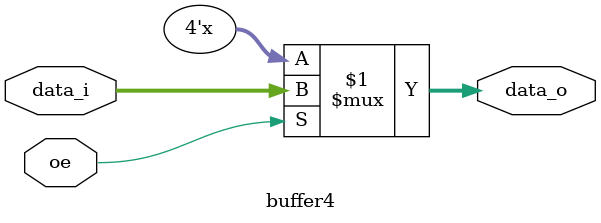
<source format=v>
module buffer4 (
    input oe,
    input[3:0] data_i,
    output[3:0] data_o
);
    assign data_o = oe ? data_i : 4'bzzzz;
endmodule

</source>
